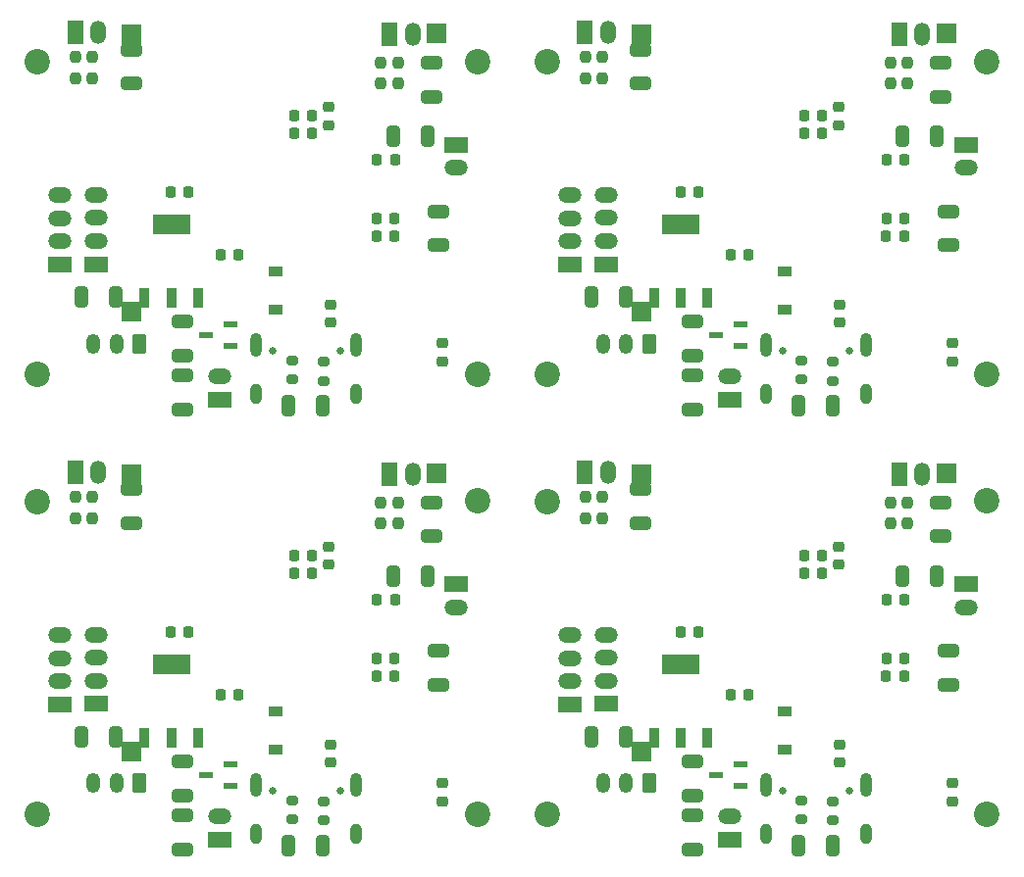
<source format=gbr>
%TF.GenerationSoftware,KiCad,Pcbnew,(6.0.4)*%
%TF.CreationDate,2022-09-20T15:17:21+09:00*%
%TF.ProjectId,mainboard_p_rev3,6d61696e-626f-4617-9264-5f705f726576,rev?*%
%TF.SameCoordinates,Original*%
%TF.FileFunction,Soldermask,Bot*%
%TF.FilePolarity,Negative*%
%FSLAX46Y46*%
G04 Gerber Fmt 4.6, Leading zero omitted, Abs format (unit mm)*
G04 Created by KiCad (PCBNEW (6.0.4)) date 2022-09-20 15:17:21*
%MOMM*%
%LPD*%
G01*
G04 APERTURE LIST*
G04 Aperture macros list*
%AMRoundRect*
0 Rectangle with rounded corners*
0 $1 Rounding radius*
0 $2 $3 $4 $5 $6 $7 $8 $9 X,Y pos of 4 corners*
0 Add a 4 corners polygon primitive as box body*
4,1,4,$2,$3,$4,$5,$6,$7,$8,$9,$2,$3,0*
0 Add four circle primitives for the rounded corners*
1,1,$1+$1,$2,$3*
1,1,$1+$1,$4,$5*
1,1,$1+$1,$6,$7*
1,1,$1+$1,$8,$9*
0 Add four rect primitives between the rounded corners*
20,1,$1+$1,$2,$3,$4,$5,0*
20,1,$1+$1,$4,$5,$6,$7,0*
20,1,$1+$1,$6,$7,$8,$9,0*
20,1,$1+$1,$8,$9,$2,$3,0*%
G04 Aperture macros list end*
%ADD10R,2.000000X1.350000*%
%ADD11O,2.000000X1.350000*%
%ADD12RoundRect,0.225000X-0.225000X-0.250000X0.225000X-0.250000X0.225000X0.250000X-0.225000X0.250000X0*%
%ADD13RoundRect,0.237500X0.237500X-0.250000X0.237500X0.250000X-0.237500X0.250000X-0.237500X-0.250000X0*%
%ADD14RoundRect,0.250000X-0.650000X0.325000X-0.650000X-0.325000X0.650000X-0.325000X0.650000X0.325000X0*%
%ADD15RoundRect,0.200000X-0.275000X0.200000X-0.275000X-0.200000X0.275000X-0.200000X0.275000X0.200000X0*%
%ADD16RoundRect,0.225000X-0.250000X0.225000X-0.250000X-0.225000X0.250000X-0.225000X0.250000X0.225000X0*%
%ADD17RoundRect,0.250000X0.325000X0.650000X-0.325000X0.650000X-0.325000X-0.650000X0.325000X-0.650000X0*%
%ADD18R,1.350000X2.000000*%
%ADD19O,1.350000X2.000000*%
%ADD20RoundRect,0.250000X0.650000X-0.325000X0.650000X0.325000X-0.650000X0.325000X-0.650000X-0.325000X0*%
%ADD21RoundRect,0.225000X0.250000X-0.225000X0.250000X0.225000X-0.250000X0.225000X-0.250000X-0.225000X0*%
%ADD22R,1.700000X1.700000*%
%ADD23RoundRect,0.225000X0.225000X0.250000X-0.225000X0.250000X-0.225000X-0.250000X0.225000X-0.250000X0*%
%ADD24R,1.200000X0.900000*%
%ADD25RoundRect,0.250000X-0.325000X-0.650000X0.325000X-0.650000X0.325000X0.650000X-0.325000X0.650000X0*%
%ADD26R,1.300000X0.600000*%
%ADD27R,0.950000X1.750000*%
%ADD28R,3.200000X1.750000*%
%ADD29RoundRect,0.250000X0.350000X0.625000X-0.350000X0.625000X-0.350000X-0.625000X0.350000X-0.625000X0*%
%ADD30O,1.200000X1.750000*%
%ADD31C,2.200000*%
%ADD32C,0.650000*%
%ADD33O,1.000000X2.100000*%
%ADD34O,1.000000X1.800000*%
G04 APERTURE END LIST*
D10*
%TO.C,J32*%
X176166600Y-109129400D03*
D11*
X176166600Y-111129400D03*
%TD*%
D12*
%TO.C,R81*%
X151541000Y-113228200D03*
X153091000Y-113228200D03*
%TD*%
D10*
%TO.C,J28*%
X141952800Y-119500000D03*
D11*
X141952800Y-117500000D03*
X141952800Y-115500000D03*
X141952800Y-113500000D03*
%TD*%
D13*
%TO.C,R89*%
X169638800Y-103853700D03*
X169638800Y-102028700D03*
%TD*%
D14*
%TO.C,C95*%
X174007600Y-102025000D03*
X174007600Y-104975000D03*
%TD*%
D13*
%TO.C,R90*%
X143299000Y-103396500D03*
X143299000Y-101571500D03*
%TD*%
D15*
%TO.C,R86*%
X162000000Y-127775000D03*
X162000000Y-129425000D03*
%TD*%
D16*
%TO.C,C98*%
X174972800Y-126296200D03*
X174972800Y-127846200D03*
%TD*%
D17*
%TO.C,C109*%
X146806000Y-122296000D03*
X143856000Y-122296000D03*
%TD*%
D18*
%TO.C,M8*%
X143289600Y-99410600D03*
D19*
X145289600Y-99410600D03*
%TD*%
D20*
%TO.C,C108*%
X152544600Y-132026000D03*
X152544600Y-129076000D03*
%TD*%
D14*
%TO.C,C113*%
X174642600Y-114875600D03*
X174642600Y-117825600D03*
%TD*%
D12*
%TO.C,C96*%
X169270200Y-117063600D03*
X170820200Y-117063600D03*
%TD*%
D21*
%TO.C,C92*%
X165193800Y-107437000D03*
X165193800Y-105887000D03*
%TD*%
D22*
%TO.C,REF\u002A\u002A17*%
X148150400Y-99588400D03*
%TD*%
D18*
%TO.C,M7*%
X170406400Y-99613800D03*
D19*
X172406400Y-99613800D03*
%TD*%
D15*
%TO.C,R85*%
X164700000Y-127875000D03*
X164700000Y-129525000D03*
%TD*%
D23*
%TO.C,C93*%
X163759000Y-108122800D03*
X162209000Y-108122800D03*
%TD*%
D21*
%TO.C,C101*%
X165295400Y-124518800D03*
X165295400Y-122968800D03*
%TD*%
D24*
%TO.C,D7*%
X160545600Y-120087200D03*
X160545600Y-123387200D03*
%TD*%
D12*
%TO.C,C99*%
X155859000Y-118663800D03*
X157409000Y-118663800D03*
%TD*%
D25*
%TO.C,C107*%
X161725000Y-131700000D03*
X164675000Y-131700000D03*
%TD*%
D26*
%TO.C,Q12*%
X156678200Y-124648000D03*
X156678200Y-126548000D03*
X154578200Y-125598000D03*
%TD*%
D27*
%TO.C,IC14*%
X153879400Y-122347200D03*
X151579400Y-122347200D03*
X149279400Y-122347200D03*
D28*
X151579400Y-116047200D03*
%TD*%
D13*
%TO.C,R87*%
X171137400Y-103853700D03*
X171137400Y-102028700D03*
%TD*%
D12*
%TO.C,C103*%
X169346400Y-110434200D03*
X170896400Y-110434200D03*
%TD*%
D29*
%TO.C,J25*%
X148836200Y-126309200D03*
D30*
X146836200Y-126309200D03*
X144836200Y-126309200D03*
%TD*%
D12*
%TO.C,R76*%
X169321000Y-115539600D03*
X170871000Y-115539600D03*
%TD*%
D10*
%TO.C,J29*%
X145077000Y-119454000D03*
D11*
X145077000Y-117454000D03*
X145077000Y-115454000D03*
X145077000Y-113454000D03*
%TD*%
D10*
%TO.C,J27*%
X155745000Y-131170000D03*
D11*
X155745000Y-129170000D03*
%TD*%
D25*
%TO.C,C116*%
X170729200Y-108376800D03*
X173679200Y-108376800D03*
%TD*%
D23*
%TO.C,C105*%
X163733600Y-106649600D03*
X162183600Y-106649600D03*
%TD*%
D14*
%TO.C,C110*%
X152544600Y-124427800D03*
X152544600Y-127377800D03*
%TD*%
%TO.C,C112*%
X148099600Y-100907400D03*
X148099600Y-103857400D03*
%TD*%
D22*
%TO.C,REF\u002A\u002A18*%
X174500000Y-99500000D03*
%TD*%
D13*
%TO.C,R88*%
X144772200Y-103396500D03*
X144772200Y-101571500D03*
%TD*%
D22*
%TO.C,6*%
X148125000Y-123591400D03*
%TD*%
D31*
%TO.C,REF\u002A\u002A16*%
X178000000Y-101925200D03*
%TD*%
%TO.C,5*%
X178000000Y-129000000D03*
%TD*%
D32*
%TO.C,U14*%
X166140000Y-126970000D03*
X160360000Y-126970000D03*
D33*
X167570000Y-126470000D03*
X158930000Y-126470000D03*
D34*
X158930000Y-130650000D03*
X167570000Y-130650000D03*
%TD*%
D31*
%TO.C,REF\u002A\u002A13*%
X140000000Y-129000000D03*
%TD*%
%TO.C,REF\u002A\u002A14*%
X178000000Y-129000000D03*
%TD*%
%TO.C,REF\u002A\u002A15*%
X140000000Y-102000000D03*
%TD*%
D10*
%TO.C,J24*%
X132166600Y-109129400D03*
D11*
X132166600Y-111129400D03*
%TD*%
D12*
%TO.C,R58*%
X107541000Y-113228200D03*
X109091000Y-113228200D03*
%TD*%
D10*
%TO.C,J20*%
X97952800Y-119500000D03*
D11*
X97952800Y-117500000D03*
X97952800Y-115500000D03*
X97952800Y-113500000D03*
%TD*%
D13*
%TO.C,R66*%
X125638800Y-103853700D03*
X125638800Y-102028700D03*
%TD*%
D14*
%TO.C,C65*%
X130007600Y-102025000D03*
X130007600Y-104975000D03*
%TD*%
D13*
%TO.C,R67*%
X99299000Y-103396500D03*
X99299000Y-101571500D03*
%TD*%
D15*
%TO.C,R63*%
X118000000Y-127775000D03*
X118000000Y-129425000D03*
%TD*%
D16*
%TO.C,C68*%
X130972800Y-126296200D03*
X130972800Y-127846200D03*
%TD*%
D17*
%TO.C,C79*%
X102806000Y-122296000D03*
X99856000Y-122296000D03*
%TD*%
D18*
%TO.C,M6*%
X99289600Y-99410600D03*
D19*
X101289600Y-99410600D03*
%TD*%
D20*
%TO.C,C78*%
X108544600Y-132026000D03*
X108544600Y-129076000D03*
%TD*%
D14*
%TO.C,C83*%
X130642600Y-114875600D03*
X130642600Y-117825600D03*
%TD*%
D12*
%TO.C,C66*%
X125270200Y-117063600D03*
X126820200Y-117063600D03*
%TD*%
D21*
%TO.C,C62*%
X121193800Y-107437000D03*
X121193800Y-105887000D03*
%TD*%
D22*
%TO.C,REF\u002A\u002A11*%
X104150400Y-99588400D03*
%TD*%
D18*
%TO.C,M5*%
X126406400Y-99613800D03*
D19*
X128406400Y-99613800D03*
%TD*%
D15*
%TO.C,R62*%
X120700000Y-127875000D03*
X120700000Y-129525000D03*
%TD*%
D23*
%TO.C,C63*%
X119759000Y-108122800D03*
X118209000Y-108122800D03*
%TD*%
D21*
%TO.C,C71*%
X121295400Y-124518800D03*
X121295400Y-122968800D03*
%TD*%
D24*
%TO.C,D5*%
X116545600Y-120087200D03*
X116545600Y-123387200D03*
%TD*%
D12*
%TO.C,C69*%
X111859000Y-118663800D03*
X113409000Y-118663800D03*
%TD*%
D25*
%TO.C,C77*%
X117725000Y-131700000D03*
X120675000Y-131700000D03*
%TD*%
D26*
%TO.C,Q9*%
X112678200Y-124648000D03*
X112678200Y-126548000D03*
X110578200Y-125598000D03*
%TD*%
D27*
%TO.C,IC6*%
X109879400Y-122347200D03*
X107579400Y-122347200D03*
X105279400Y-122347200D03*
D28*
X107579400Y-116047200D03*
%TD*%
D13*
%TO.C,R64*%
X127137400Y-103853700D03*
X127137400Y-102028700D03*
%TD*%
D12*
%TO.C,C73*%
X125346400Y-110434200D03*
X126896400Y-110434200D03*
%TD*%
D29*
%TO.C,J17*%
X104836200Y-126309200D03*
D30*
X102836200Y-126309200D03*
X100836200Y-126309200D03*
%TD*%
D12*
%TO.C,R53*%
X125321000Y-115539600D03*
X126871000Y-115539600D03*
%TD*%
D10*
%TO.C,J21*%
X101077000Y-119454000D03*
D11*
X101077000Y-117454000D03*
X101077000Y-115454000D03*
X101077000Y-113454000D03*
%TD*%
D10*
%TO.C,J19*%
X111745000Y-131170000D03*
D11*
X111745000Y-129170000D03*
%TD*%
D25*
%TO.C,C86*%
X126729200Y-108376800D03*
X129679200Y-108376800D03*
%TD*%
D23*
%TO.C,C75*%
X119733600Y-106649600D03*
X118183600Y-106649600D03*
%TD*%
D14*
%TO.C,C80*%
X108544600Y-124427800D03*
X108544600Y-127377800D03*
%TD*%
%TO.C,C82*%
X104099600Y-100907400D03*
X104099600Y-103857400D03*
%TD*%
D22*
%TO.C,REF\u002A\u002A12*%
X130500000Y-99500000D03*
%TD*%
D13*
%TO.C,R65*%
X100772200Y-103396500D03*
X100772200Y-101571500D03*
%TD*%
D22*
%TO.C,4*%
X104125000Y-123591400D03*
%TD*%
D31*
%TO.C,REF\u002A\u002A10*%
X134000000Y-101925200D03*
%TD*%
%TO.C,3*%
X134000000Y-129000000D03*
%TD*%
D32*
%TO.C,U10*%
X122140000Y-126970000D03*
X116360000Y-126970000D03*
D33*
X123570000Y-126470000D03*
X114930000Y-126470000D03*
D34*
X114930000Y-130650000D03*
X123570000Y-130650000D03*
%TD*%
D31*
%TO.C,REF\u002A\u002A7*%
X96000000Y-129000000D03*
%TD*%
%TO.C,REF\u002A\u002A8*%
X134000000Y-129000000D03*
%TD*%
%TO.C,REF\u002A\u002A9*%
X96000000Y-102000000D03*
%TD*%
D10*
%TO.C,J16*%
X176166600Y-71129400D03*
D11*
X176166600Y-73129400D03*
%TD*%
D12*
%TO.C,R35*%
X151541000Y-75228200D03*
X153091000Y-75228200D03*
%TD*%
D10*
%TO.C,J12*%
X141952800Y-81500000D03*
D11*
X141952800Y-79500000D03*
X141952800Y-77500000D03*
X141952800Y-75500000D03*
%TD*%
D13*
%TO.C,R43*%
X169638800Y-65853700D03*
X169638800Y-64028700D03*
%TD*%
D14*
%TO.C,C29*%
X174007600Y-64025000D03*
X174007600Y-66975000D03*
%TD*%
D13*
%TO.C,R44*%
X143299000Y-65396500D03*
X143299000Y-63571500D03*
%TD*%
D15*
%TO.C,R40*%
X162000000Y-89775000D03*
X162000000Y-91425000D03*
%TD*%
D16*
%TO.C,C38*%
X174972800Y-88296200D03*
X174972800Y-89846200D03*
%TD*%
D17*
%TO.C,C49*%
X146806000Y-84296000D03*
X143856000Y-84296000D03*
%TD*%
D18*
%TO.C,M4*%
X143289600Y-61410600D03*
D19*
X145289600Y-61410600D03*
%TD*%
D20*
%TO.C,C48*%
X152544600Y-94026000D03*
X152544600Y-91076000D03*
%TD*%
D14*
%TO.C,C53*%
X174642600Y-76875600D03*
X174642600Y-79825600D03*
%TD*%
D12*
%TO.C,C31*%
X169270200Y-79063600D03*
X170820200Y-79063600D03*
%TD*%
D21*
%TO.C,C25*%
X165193800Y-69437000D03*
X165193800Y-67887000D03*
%TD*%
D22*
%TO.C,REF\u002A\u002A5*%
X148150400Y-61588400D03*
%TD*%
D18*
%TO.C,M3*%
X170406400Y-61613800D03*
D19*
X172406400Y-61613800D03*
%TD*%
D15*
%TO.C,R39*%
X164700000Y-89875000D03*
X164700000Y-91525000D03*
%TD*%
D23*
%TO.C,C27*%
X163759000Y-70122800D03*
X162209000Y-70122800D03*
%TD*%
D21*
%TO.C,C41*%
X165295400Y-86518800D03*
X165295400Y-84968800D03*
%TD*%
D24*
%TO.C,D2*%
X160545600Y-82087200D03*
X160545600Y-85387200D03*
%TD*%
D12*
%TO.C,C39*%
X155859000Y-80663800D03*
X157409000Y-80663800D03*
%TD*%
D25*
%TO.C,C47*%
X161725000Y-93700000D03*
X164675000Y-93700000D03*
%TD*%
D26*
%TO.C,Q8*%
X156678200Y-86648000D03*
X156678200Y-88548000D03*
X154578200Y-87598000D03*
%TD*%
D27*
%TO.C,IC4*%
X153879400Y-84347200D03*
X151579400Y-84347200D03*
X149279400Y-84347200D03*
D28*
X151579400Y-78047200D03*
%TD*%
D13*
%TO.C,R41*%
X171137400Y-65853700D03*
X171137400Y-64028700D03*
%TD*%
D12*
%TO.C,C43*%
X169346400Y-72434200D03*
X170896400Y-72434200D03*
%TD*%
D29*
%TO.C,J2*%
X148836200Y-88309200D03*
D30*
X146836200Y-88309200D03*
X144836200Y-88309200D03*
%TD*%
D12*
%TO.C,R30*%
X169321000Y-77539600D03*
X170871000Y-77539600D03*
%TD*%
D10*
%TO.C,J13*%
X145077000Y-81454000D03*
D11*
X145077000Y-79454000D03*
X145077000Y-77454000D03*
X145077000Y-75454000D03*
%TD*%
D10*
%TO.C,J9*%
X155745000Y-93170000D03*
D11*
X155745000Y-91170000D03*
%TD*%
D25*
%TO.C,C56*%
X170729200Y-70376800D03*
X173679200Y-70376800D03*
%TD*%
D23*
%TO.C,C45*%
X163733600Y-68649600D03*
X162183600Y-68649600D03*
%TD*%
D14*
%TO.C,C50*%
X152544600Y-86427800D03*
X152544600Y-89377800D03*
%TD*%
%TO.C,C52*%
X148099600Y-62907400D03*
X148099600Y-65857400D03*
%TD*%
D22*
%TO.C,REF\u002A\u002A6*%
X174500000Y-61500000D03*
%TD*%
D13*
%TO.C,R42*%
X144772200Y-65396500D03*
X144772200Y-63571500D03*
%TD*%
D22*
%TO.C,2*%
X148125000Y-85591400D03*
%TD*%
D31*
%TO.C,REF\u002A\u002A4*%
X178000000Y-63925200D03*
%TD*%
%TO.C,1*%
X178000000Y-91000000D03*
%TD*%
D32*
%TO.C,U7*%
X166140000Y-88970000D03*
X160360000Y-88970000D03*
D33*
X167570000Y-88470000D03*
X158930000Y-88470000D03*
D34*
X158930000Y-92650000D03*
X167570000Y-92650000D03*
%TD*%
D31*
%TO.C,REF\u002A\u002A1*%
X140000000Y-91000000D03*
%TD*%
%TO.C,REF\u002A\u002A2*%
X178000000Y-91000000D03*
%TD*%
%TO.C,REF\u002A\u002A3*%
X140000000Y-64000000D03*
%TD*%
%TO.C,REF\u002A\u002A*%
X134000000Y-91000000D03*
%TD*%
%TO.C,REF\u002A\u002A*%
X96000000Y-91000000D03*
%TD*%
%TO.C,REF\u002A\u002A*%
X96000000Y-64000000D03*
%TD*%
D32*
%TO.C,U4*%
X122140000Y-88970000D03*
X116360000Y-88970000D03*
D33*
X123570000Y-88470000D03*
X114930000Y-88470000D03*
D34*
X114930000Y-92650000D03*
X123570000Y-92650000D03*
%TD*%
D22*
%TO.C,*%
X104125000Y-85591400D03*
%TD*%
D31*
%TO.C,*%
X134000000Y-91000000D03*
%TD*%
%TO.C,REF\u002A\u002A*%
X134000000Y-63925200D03*
%TD*%
D25*
%TO.C,C33*%
X126729200Y-70376800D03*
X129679200Y-70376800D03*
%TD*%
D14*
%TO.C,C22*%
X104099600Y-62907400D03*
X104099600Y-65857400D03*
%TD*%
D24*
%TO.C,D1*%
X116545600Y-82087200D03*
X116545600Y-85387200D03*
%TD*%
D14*
%TO.C,C20*%
X108544600Y-86427800D03*
X108544600Y-89377800D03*
%TD*%
D23*
%TO.C,C15*%
X119733600Y-68649600D03*
X118183600Y-68649600D03*
%TD*%
D10*
%TO.C,J4*%
X111745000Y-93170000D03*
D11*
X111745000Y-91170000D03*
%TD*%
D10*
%TO.C,J6*%
X101077000Y-81454000D03*
D11*
X101077000Y-79454000D03*
X101077000Y-77454000D03*
X101077000Y-75454000D03*
%TD*%
D12*
%TO.C,C9*%
X111859000Y-80663800D03*
X113409000Y-80663800D03*
%TD*%
%TO.C,R7*%
X125321000Y-77539600D03*
X126871000Y-77539600D03*
%TD*%
D29*
%TO.C,J1*%
X104836200Y-88309200D03*
D30*
X102836200Y-88309200D03*
X100836200Y-88309200D03*
%TD*%
D12*
%TO.C,C13*%
X125346400Y-72434200D03*
X126896400Y-72434200D03*
%TD*%
D13*
%TO.C,R18*%
X127137400Y-65853700D03*
X127137400Y-64028700D03*
%TD*%
D27*
%TO.C,IC2*%
X109879400Y-84347200D03*
X107579400Y-84347200D03*
X105279400Y-84347200D03*
D28*
X107579400Y-78047200D03*
%TD*%
D26*
%TO.C,Q7*%
X112678200Y-86648000D03*
X112678200Y-88548000D03*
X110578200Y-87598000D03*
%TD*%
D25*
%TO.C,C17*%
X117725000Y-93700000D03*
X120675000Y-93700000D03*
%TD*%
D13*
%TO.C,R19*%
X100772200Y-65396500D03*
X100772200Y-63571500D03*
%TD*%
D22*
%TO.C,REF\u002A\u002A*%
X130500000Y-61500000D03*
%TD*%
D12*
%TO.C,C6*%
X125270200Y-79063600D03*
X126820200Y-79063600D03*
%TD*%
D15*
%TO.C,R17*%
X118000000Y-89775000D03*
X118000000Y-91425000D03*
%TD*%
%TO.C,R16*%
X120700000Y-89875000D03*
X120700000Y-91525000D03*
%TD*%
D18*
%TO.C,M2*%
X99289600Y-61410600D03*
D19*
X101289600Y-61410600D03*
%TD*%
D10*
%TO.C,J5*%
X97952800Y-81500000D03*
D11*
X97952800Y-79500000D03*
X97952800Y-77500000D03*
X97952800Y-75500000D03*
%TD*%
D14*
%TO.C,C23*%
X130642600Y-76875600D03*
X130642600Y-79825600D03*
%TD*%
D16*
%TO.C,C8*%
X130972800Y-88296200D03*
X130972800Y-89846200D03*
%TD*%
D12*
%TO.C,R12*%
X107541000Y-75228200D03*
X109091000Y-75228200D03*
%TD*%
D20*
%TO.C,C18*%
X108544600Y-94026000D03*
X108544600Y-91076000D03*
%TD*%
D17*
%TO.C,C19*%
X102806000Y-84296000D03*
X99856000Y-84296000D03*
%TD*%
D13*
%TO.C,R20*%
X125638800Y-65853700D03*
X125638800Y-64028700D03*
%TD*%
D22*
%TO.C,REF\u002A\u002A*%
X104150400Y-61588400D03*
%TD*%
D14*
%TO.C,C5*%
X130007600Y-64025000D03*
X130007600Y-66975000D03*
%TD*%
D18*
%TO.C,M1*%
X126406400Y-61613800D03*
D19*
X128406400Y-61613800D03*
%TD*%
D13*
%TO.C,R21*%
X99299000Y-65396500D03*
X99299000Y-63571500D03*
%TD*%
D10*
%TO.C,J11*%
X132166600Y-71129400D03*
D11*
X132166600Y-73129400D03*
%TD*%
D21*
%TO.C,C11*%
X121295400Y-86518800D03*
X121295400Y-84968800D03*
%TD*%
D23*
%TO.C,C3*%
X119759000Y-70122800D03*
X118209000Y-70122800D03*
%TD*%
D21*
%TO.C,C2*%
X121193800Y-69437000D03*
X121193800Y-67887000D03*
%TD*%
M02*

</source>
